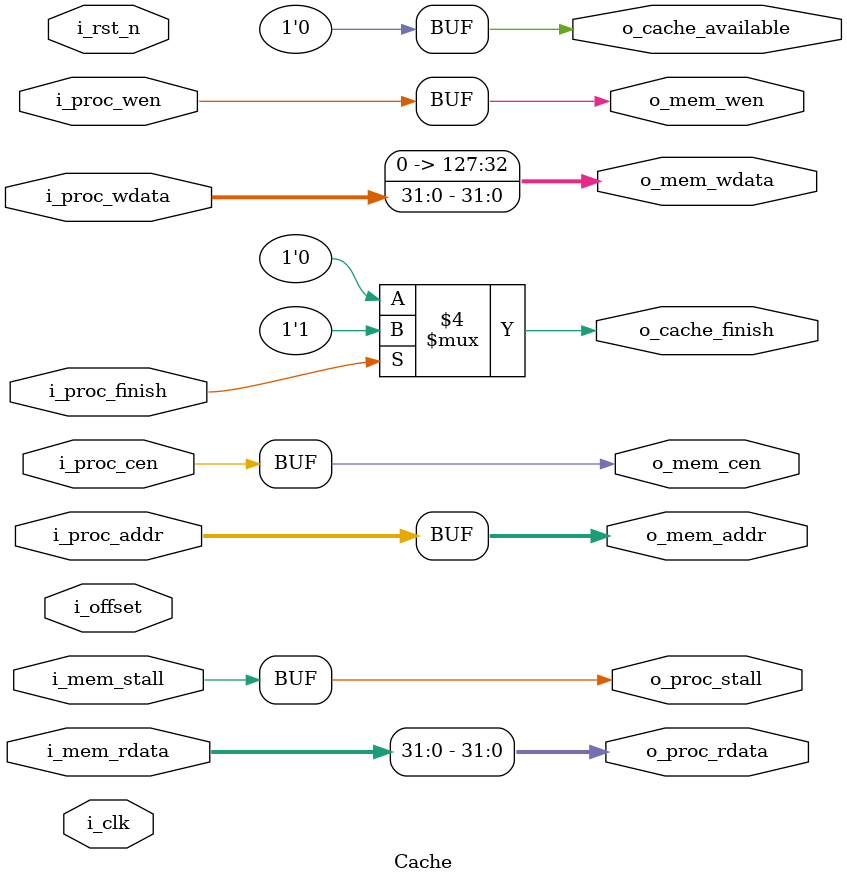
<source format=v>
module CHIP #(                                                                                  //
    parameter BIT_W = 32                                                                        //
)(                                                                                              //
    // clock                                                                                    //
        input               i_clk,                                                              //
        input               i_rst_n,                                                            //
    // instruction memory                                                                       //
        input  [BIT_W-1:0]  i_IMEM_data,                                                        //
        output [BIT_W-1:0]  o_IMEM_addr,                                                        //
        output              o_IMEM_cen,                                                         //
    // data memory                                                                              //
        input               i_DMEM_stall,                                                       //
        input  [BIT_W-1:0]  i_DMEM_rdata,                                                       //
        output              o_DMEM_cen,                                                         //
        output              o_DMEM_wen,                                                         //
        output [BIT_W-1:0]  o_DMEM_addr,                                                        //
        output [BIT_W-1:0]  o_DMEM_wdata,                                                       //
    // finnish procedure                                                                        //
        output              o_finish,                                                           //
    // cache                                                                                    //
        input               i_cache_finish,                                                     //
        output              o_proc_finish                                                       //
);                                                                                              //
//----------------------------- DO NOT MODIFY THE I/O INTERFACE!! ------------------------------//

// ------------------------------------------------------------------------------------------------------------------------------------------------------
// Parameters
// ------------------------------------------------------------------------------------------------------------------------------------------------------
    // TODO: any declaration
    //====== op code ======
    // R-type
    localparam ADD   = 7'b0110011;
    localparam SUB   = 7'b0110011;
    localparam AND   = 7'b0110011;
    localparam XOR   = 7'b0110011;
    localparam MUL   = 7'b0110011;
    // I-type
    localparam ADDI  = 7'b0010011;
    localparam SLLI  = 7'b0010011;
    localparam SRAI  = 7'b0010011;
    localparam SLTI  = 7'b0010011;
    localparam LW    = 7'b0000011;
    // B-type
    localparam BEQ   = 7'b1100011;
    localparam BGE   = 7'b1100011;
    localparam BLT   = 7'b1100011;
    localparam BNE   = 7'b1100011;
    // S-type
    localparam SW    = 7'b0100011;
    // J-type
    localparam JAL   = 7'b1101111;
    localparam JALR  = 7'b1100111;
    // U-type
    localparam AUIPC = 7'b0010111;
    // ecall
    localparam ECALL = 7'b1110011 ;
    //====== funct3 ======
    localparam ADD_FUNC3  = 3'b000;
    localparam SUB_FUNC3  = 3'b000;
    localparam AND_FUNC3  = 3'b111;
    localparam XOR_FUNC3  = 3'b100;
    localparam ADDI_FUNC3 = 3'b000;
    localparam SLLI_FUNC3 = 3'b001;
    localparam SRAI_FUNC3 = 3'b101;
    localparam SLTI_FUNC3 = 3'b010;
    localparam MUL_FUNC3  = 3'b000;
    localparam BEQ_FUNC3  = 3'b000;
    localparam BGE_FUNC3  = 3'b101;
    localparam BLT_FUNC3  = 3'b100;
    localparam BNE_FUNC3  = 3'b001;
    //====== funct7 ======
    localparam ADD_FUNC7 = 7'b0000000;
    localparam SUB_FUNC7 = 7'b0100000;
    localparam AND_FUNC7 = 7'b0000000;
    localparam XOR_FUNC7 = 7'b0000000;
    localparam MUL_FUNC7 = 7'b0000001;

    // FSM state
    localparam S_IDLE        = 0;
    localparam S_EXEC        = 1;
    localparam S_EXEC_MULDIV = 2;

    // RegWrite Src
    localparam ADD_W    = 0;
    localparam SUB_W    = 1;
    localparam AND_W    = 2;
    localparam XOR_W    = 3;
    localparam MUL_W    = 4;
    localparam ADDI_W   = 5;
    localparam SLLI_W   = 6;
    localparam SRAI_W   = 7;
    localparam SLTI_W   = 8;
    localparam LW_W     = 9;
    localparam AUIPC_W  = 10;
    localparam JAL_W    = 11;
    localparam JALR_W   = 12;


// ------------------------------------------------------------------------------------------------------------------------------------------------------
// Wires and Registers
// ------------------------------------------------------------------------------------------------------------------------------------------------------
    
    // TODO: any declaration
        reg [BIT_W-1:0] PC, PC_nxt;
        // reg inst_cen, inst_cen_nxt;
        reg mem_cen, mem_wen;
        reg  mem_hold; 
        reg [BIT_W-1:0] mem_addr, mem_wdata, mem_rdata;
        wire mem_stall;
        reg  regWrite   ;  
        wire  [ 4:0] rs1, rs2, rd;              
        wire [BIT_W-1:0] rs1_data    ;              
        wire [BIT_W-1:0] rs2_data    ;             
        reg  [BIT_W-1:0] rd_data     ; 
        wire  [6:0 ] op_code_w;
        wire  [BIT_W-1:0] inst_w;
        reg  [1:0 ] state_w, state_r;
        wire  [2:0 ] funct3_w;
        wire  [6:0 ] funct7_w;
        reg  [BIT_W-1:0] imm_w;
        
        reg         mulDiv_valid;
        wire        mulDiv_done;
        wire  [2:0]  mulDiv_inst;
        wire  [BIT_W-1:0] mulDiv_in_A, mulDiv_in_B;
        wire [2*BIT_W-1:0] mulDiv_out;  

        reg  finish, finish_nxt;  
        reg  branch_control, condition;  
        wire jump;      

// ------------------------------------------------------------------------------------------------------------------------------------------------------
// Continuous Assignment
// ------------------------------------------------------------------------------------------------------------------------------------------------------

    // TODO: any wire assignment
    assign o_finish = i_cache_finish;
    assign o_proc_finish = finish;
    // assign o_finish = finish;
    assign o_IMEM_cen = 1;
    assign o_IMEM_addr = PC;
    assign o_DMEM_addr = mem_addr;
    assign o_DMEM_wdata = mem_wdata;
    assign o_DMEM_wen = mem_wen;
    assign o_DMEM_cen = mem_cen;

    // ----------------------- Decoding --------------------------
    assign inst_w = i_IMEM_data;
    assign op_code_w = inst_w[6:0];
    assign funct3_w = inst_w[14:12];
    assign funct7_w = inst_w[31:25];
    assign rs1 = inst_w[19:15];
    assign rs2 = inst_w[24:20];
    assign rd  = inst_w[11:7];
    assign jump = (branch_control & condition);
    // ----------------------- MulDiv input --------------------------
    assign mulDiv_in_A = rs1_data;
    assign mulDiv_in_B = rs2_data;
    assign mulDiv_inst = 3'd6;
    // ----------------------- Memory install --------------------------
    assign mem_stall = i_DMEM_stall;
// ------------------------------------------------------------------------------------------------------------------------------------------------------
// Submoddules
// ------------------------------------------------------------------------------------------------------------------------------------------------------

    // TODO: Reg_file wire connection
    Reg_file reg0(               
        .i_clk  (i_clk),             
        .i_rst_n(i_rst_n),         
        .wen    (regWrite),          
        .rs1    (rs1),                
        .rs2    (rs2),                
        .rd     (rd),                 
        .wdata  (rd_data),             
        .rdata1 (rs1_data),           
        .rdata2 (rs2_data)
    );

    MULDIV_unit mulDiv0(
        .i_clk(i_clk), 
        .i_rst_n(i_rst_n), 
        .i_valid(mulDiv_valid), 
        .i_inst(mulDiv_inst), 
        .i_A(mulDiv_in_A), 
        .i_B(mulDiv_in_B), 
        .o_data(mulDiv_out), 
        .o_done(mulDiv_done)
    );

// ------------------------------------------------------------------------------------------------------------------------------------------------------
// Always Blocksrd_data 
// ------------------------------------------------------------------------------------------------------------------------------------------------------
    // Todo: any combinational/sequential circuit
    // Decode Instruction
    always @(*) begin
        rd_data = 0;
        imm_w = 0;
        mem_addr = 0;
        mem_wdata = 0;
        mem_wen = 0;
        mem_cen = 0;
        regWrite= 0;
        mulDiv_valid = 0;
        condition = 0;
        branch_control = 0;
        case (op_code_w)
            7'b0110011: begin
                regWrite= 1'b1;
                case ({funct7_w, funct3_w})
                    {ADD_FUNC7, ADD_FUNC3}: begin
                        rd_data = $signed(rs1_data) + $signed(rs2_data);
                    end
                    {SUB_FUNC7, SUB_FUNC3}: begin
                        rd_data = $signed(rs1_data) - $signed(rs2_data);
                    end
                    {AND_FUNC7, AND_FUNC3}:begin
                        rd_data = rs1_data & rs2_data;
                    end
                    {XOR_FUNC7, XOR_FUNC3}: begin
                        rd_data = rs1_data ^ rs2_data;
                    end
                    {MUL_FUNC7, MUL_FUNC3}: begin
                        regWrite= (mulDiv_done)?1'b1:1'b0;
                        mulDiv_valid = 1'b1;
                        rd_data = mulDiv_out[31:0];
                    end
                endcase
            end
            7'b0010011: begin
                regWrite= 1'b1;
                imm_w[11:0] = inst_w[31:20];
                case (funct3_w)
                    ADDI_FUNC3: begin
                        rd_data = $signed(rs1_data) + $signed(imm_w[11:0]);
                    end
                    SLLI_FUNC3: begin
                        rd_data = $signed(rs1_data) << $signed(imm_w[4:0]);
                    end
                    SRAI_FUNC3: begin
                        rd_data = $signed(rs1_data) >>> $signed(imm_w[4:0]);
                    end
                    SLTI_FUNC3: begin  
                        rd_data = ($signed(rs1_data) < $signed(imm_w[11:0]))?32'd1:32'd0;                                 
                    end
                endcase
            end
            7'b1100011: begin
                branch_control = 1'b1;
                imm_w[12:0] = {inst_w[31], inst_w[7], inst_w[30:25], inst_w[11:8], 1'b0};
                case (funct3_w)
                    BEQ_FUNC3: begin  
                        condition = (rs1_data == rs2_data)?1'b1:1'b0;             
                    end
                    BGE_FUNC3: begin
                        condition = ($signed(rs1_data) >= $signed (rs2_data))?1'b1:1'b0;
                    end
                    BNE_FUNC3: begin
                        condition = (rs1_data != rs2_data)?1'b1:1'b0;      
                    end
                    BLT_FUNC3: begin
                        condition = ($signed(rs1_data) < $signed (rs2_data))?1'b1:1'b0;
                    end
                endcase
            end
            LW: begin
                mem_cen = (mem_hold)?1'b0:1'b1;
                imm_w[11:0] = inst_w[31:20];
                mem_addr = $signed({1'b0, rs1_data}) + $signed(imm_w[11:0]);
                rd_data = i_DMEM_rdata;
                regWrite= (mem_stall)?1'b0:1'b1;

            end
            SW: begin
                mem_cen = (mem_hold)?1'b0:1'b1;
                mem_wen = (mem_hold)?1'b0:1'b1;
                imm_w[4:0] = inst_w[11:7];
                imm_w[11:5] = inst_w[31:25];
                mem_addr = $signed({1'b0, rs1_data}) + $signed(imm_w[11:0]);
                mem_wdata = rs2_data;
            end
            AUIPC: begin
                regWrite= 1'b1;
                imm_w[31:12] = inst_w[31:12];
                rd_data = PC + imm_w;

            end
            JAL: begin
                imm_w[20:0] = {inst_w[31], inst_w[19:12], inst_w[20], inst_w[30:21], 1'b0};
                regWrite= 1'b1;
                rd_data = PC + 3'd4;
            end
            JALR: begin
                imm_w[11:0] = inst_w[31:20];
                regWrite= 1'b1;
                rd_data = PC + 3'd4;
            end
            ECALL: begin
                // $display("System Call for Finish!!!");
            end
        endcase
    end
    // end


    // -------------------------- Handle PC -----------------------------
    always@(*) begin
        PC_nxt = PC + 3'd4;
        if(op_code_w == JALR) begin
            PC_nxt = $signed({1'b0, rs1_data}) + $signed(imm_w[11:0]);
        end
        else if (op_code_w == JAL) begin
            PC_nxt = $signed({1'b0, PC}) + $signed(imm_w[20:0]);
        end
        else if(jump) begin
            PC_nxt = $signed({1'b0, PC}) + $signed(imm_w[12:0]);
        end
        else if (mem_stall) begin
            PC_nxt = PC;
        end
        else if (op_code_w == 7'b0110011 && 
        ({funct7_w, funct3_w} == {MUL_FUNC7, MUL_FUNC3} && !mulDiv_done)) begin
            PC_nxt = PC;
        end
        else if (op_code_w == ECALL) begin
            PC_nxt = PC;
        end
        else begin
            PC_nxt = PC + 3'd4;
        end
    end

    // FSM
    always @(*) begin
        state_w = state_r;
        finish_nxt = 1'b0;
        case (state_r)
            S_IDLE: begin
                if (op_code_w == ECALL) begin
                    finish_nxt = 1'b1;
                end
                else if (op_code_w == 7'b0110011 && 
                ({funct7_w, funct3_w} == {MUL_FUNC7, MUL_FUNC3}))begin
                    state_w = S_EXEC_MULDIV;
                end
                else begin
                    state_w = S_EXEC;
                end
            end
            S_EXEC: begin
                if (op_code_w == ECALL) begin
                    finish_nxt = 1'b1;
                end
                else if (op_code_w == 7'b0110011 && 
                ({funct7_w, funct3_w} == {MUL_FUNC7, MUL_FUNC3}))begin
                    state_w = S_EXEC_MULDIV;
                end
                else begin
                    state_w = S_EXEC;
                end
            end
            S_EXEC_MULDIV: begin
                state_w = (mulDiv_done) ? S_EXEC : S_EXEC_MULDIV;
            end 
        endcase
    end

    always @(posedge i_clk or negedge i_rst_n) begin
        if (!i_rst_n) begin
            PC          <= 32'h00010000; // Do not modify this value!!!
            state_r     <= S_IDLE;
            finish      <= 0;
            mem_hold        <= 0;
        end
        else begin
            PC          <= PC_nxt;
            state_r     <= state_w;
            finish      <= finish_nxt;
            mem_hold        <= (mem_stall)?1'b1:1'b0;
        end
    end
endmodule

module Reg_file(i_clk, i_rst_n, wen, rs1, rs2, rd, wdata, rdata1, rdata2);
   
    parameter BITS = 32;
    parameter word_depth = 32;
    parameter addr_width = 5; // 2^addr_width >= word_depth
    
    input i_clk, i_rst_n, wen; // wen: 0:read | 1:write
    input [BITS-1:0] wdata;
    input [addr_width-1:0] rs1, rs2, rd;

    output [BITS-1:0] rdata1, rdata2;

    reg [BITS-1:0] mem [0:word_depth-1];
    reg [BITS-1:0] mem_nxt [0:word_depth-1];

    integer i;

    assign rdata1 = mem[rs1];
    assign rdata2 = mem[rs2];

    always @(*) begin
        for (i=0; i<word_depth; i=i+1)
            mem_nxt[i] = (wen && (rd == i)) ? wdata : mem[i];
    end

    always @(posedge i_clk or negedge i_rst_n) begin
        if (!i_rst_n) begin
            mem[0] <= 0; // x0 = 0
            for (i=1; i<word_depth; i=i+1) begin
                case(i)
                    32'd2: mem[i] <= 32'hbffffff0;
                    32'd3: mem[i] <= 32'h10008000;
                    default: mem[i] <= 32'h0;
                endcase
            end
        end
        else begin
            mem[0] <= 0; // x0 = 0
            for (i=1; i<word_depth; i=i+1)
                mem[i] <= mem_nxt[i];
        end       
    end
endmodule

module MULDIV_unit(i_clk, i_rst_n, i_valid, i_inst, i_A, i_B, o_data, o_done);
    input                       i_clk;   // clock
    input                       i_rst_n; // reset

    input                       i_valid; // input valid signal
    input [31 : 0]      i_A;     // input operand A
    input [31 : 0]      i_B;     // input operand B
    input [         2 : 0]      i_inst;  // instruction

    output [63 : 0]   o_data;  // output value
    output                      o_done;   // output valid signal

    // Todo: HW2
    // Definition of states
    localparam S_IDLE = 4'd0;
    localparam S_ADD  = 4'd1;
    localparam S_SUB  = 4'd2;
    localparam S_AND  = 4'd3;
    localparam S_OR   = 4'd4;
    localparam S_SLT  = 4'd5;
    localparam S_SRA  = 4'd6;
    localparam S_MUL  = 4'd7;
    localparam S_DIV  = 4'd8;
    localparam S_OUT  = 4'd9;

    // Wires & Regs
    // Todo
    reg  [4:0] counter, counter_nxt;
    reg  [63:0] sh_reg, sh_reg_nxt;
    reg  [32:0] alu_out;  // it's not a real register, it's wire!
    reg         dividend_flag;  // it's not a real register, it's wire!
    reg         done, done_nxt;
    // state
    reg  [3: 0] state, state_nxt; // remember to expand the bit width if you want to add more states!

    // load input
    reg  [  31: 0] operand_a, operand_a_nxt;
    reg  [  31: 0] operand_b, operand_b_nxt;
    reg  [         2: 0] inst, inst_nxt;

    // Wire Assignments
    // Todo
    assign o_data = sh_reg;
    assign o_done = done;
    
    // Always Combination
    // load input
    always @(*) begin
        if (i_valid) begin
            operand_a_nxt = i_A;
            operand_b_nxt = i_B;
            inst_nxt      = i_inst;
        end
        else begin
            operand_a_nxt = operand_a;
            operand_b_nxt = operand_b;
            inst_nxt      = inst;
        end
    end
    // Todo: FSM
    always @(*) begin
        case(state)
            S_IDLE: begin
                if(i_valid) begin
                    case(inst_nxt)
                        3'd0: state_nxt = S_ADD;
                        3'd1: state_nxt = S_SUB;
                        3'd2: state_nxt = S_AND;
                        3'd3: state_nxt = S_OR;
                        3'd4: state_nxt = S_SLT;
                        3'd5: state_nxt = S_SRA;
                        3'd6: state_nxt = S_MUL;
                        3'd7: state_nxt = S_DIV;
                        default: state_nxt = S_IDLE;
                    endcase
                end
                else state_nxt = S_IDLE;
            end
            S_ADD: state_nxt = S_OUT;
            S_SUB: state_nxt = S_OUT;
            S_AND: state_nxt = S_OUT;
            S_OR: state_nxt = S_OUT;
            S_SLT: state_nxt = S_OUT;
            S_SRA: state_nxt = S_OUT;
            S_MUL: state_nxt = (counter == 5'd31)?S_OUT:S_MUL;
            S_DIV: state_nxt = (counter == 5'd31)?S_OUT:S_DIV;
            S_OUT: state_nxt = S_IDLE;
            default : state_nxt = state;
        endcase
    end
    // Todo: Counter
    always @(*) begin
        if(state == S_MUL || state == S_DIV) begin
            counter_nxt = counter + 1;
        end
        else counter_nxt = 0;
    end

    // Todo: ALU output
    always @(*) begin
        alu_out = 0;
        dividend_flag = 0;
        case(state)
            S_ADD: begin
                alu_out = {operand_a_nxt[31], operand_a_nxt} + {operand_b_nxt[31], operand_b_nxt};
                alu_out = (~alu_out[32] & alu_out[31])? // + overflow
                {2'b00, {31{1'b1}}}:(alu_out[32] & ~alu_out[31])? // - underflow
                {2'b11, {31{1'b0}}}:alu_out[31:0]; // no overflow
            end
            S_SUB: begin
                alu_out = {operand_a_nxt[31], operand_a_nxt} + {~operand_b_nxt[31], ((~operand_b_nxt) + 1'd1)};
                alu_out = (~alu_out[32] & alu_out[31])? // + overflow
                {2'b00, {31{1'b1}}}:(alu_out[32] & ~alu_out[31])? // - overflow
                {2'b11, {31{1'b0}}}:alu_out[31:0]; // no overflow
            end
            S_AND: begin
                alu_out = operand_a_nxt & operand_b_nxt;
            end
            S_OR: begin
                alu_out = operand_a_nxt | operand_b_nxt;
            end
            S_SLT: begin
                alu_out = (operand_a_nxt[31] & ~operand_b_nxt[31])?1'd1: // a(-) < b(+)
                (~operand_a_nxt[31] & operand_b_nxt[31])?1'd0: // a(+) > b(-)
                operand_a_nxt < operand_b_nxt; // a, b have same sign
            end
            S_SRA: begin
                if (operand_b_nxt > 5'd31) begin
                    alu_out = {32{operand_a_nxt[31]}}; // right shift all bits
                end else begin
                    alu_out = ({32{operand_a_nxt[31]}} << (32 - operand_b_nxt))
                    + (operand_a_nxt >> operand_b_nxt);     
                end
            end
            S_MUL: begin
                if(sh_reg[0] == 1) begin
                    alu_out = sh_reg[63:32] + operand_b_nxt;
                end
                else begin
                    alu_out = sh_reg[63:32];
                end
            end
            S_DIV: begin
                // if remainder goes < 0, add divisor back
                dividend_flag = (sh_reg[63:32] >= operand_b_nxt);
                if(dividend_flag) begin
                    alu_out = sh_reg[63:32] - operand_b_nxt;
                end 
                else begin
                    alu_out = sh_reg[63:32];
                end
            end
        endcase
    end
    
    // Todo : Shift register
    always @(*) begin
        case(state)
            S_IDLE: begin
                if(!i_valid) sh_reg_nxt = 0; 
                else begin
                    if(inst_nxt == 3'd7)begin
                        sh_reg_nxt = {{31{1'b0}}, i_A, {1'b0}}; 
                    end
                    else begin
                        sh_reg_nxt = {{32{1'b0}}, i_A};
                    end
                end
            end
            S_ADD: begin
                sh_reg_nxt = {32'b0, alu_out[31:0]};
            end
            S_SUB: begin
                sh_reg_nxt = {32'b0, alu_out[31:0]};
            end
            S_AND: begin
                sh_reg_nxt = {32'b0, alu_out[31:0]};
            end
            S_OR: begin
                sh_reg_nxt = {32'b0, alu_out[31:0]};
            end
            S_SLT: begin
                sh_reg_nxt = {32'b0, alu_out[31:0]};
            end
            S_SRA: begin
                sh_reg_nxt = {32'b0, alu_out[31:0]};
            end
            S_MUL: begin
                sh_reg_nxt = {alu_out, sh_reg[31:1]};
            end
            S_DIV: begin
                if(counter == 5'd31)begin
                    if(dividend_flag)begin
                        sh_reg_nxt = {alu_out[31:0], sh_reg[30:0], {1'b1}};
                    end
                    else begin
                        sh_reg_nxt = {alu_out[31:0], sh_reg[30:0], {1'b0}};
                    end
                end
                else begin
                    if(dividend_flag)begin
                        sh_reg_nxt = {alu_out[30:0], sh_reg[31:0], {1'b1}};
                    end
                    else begin
                        sh_reg_nxt = {alu_out[30:0], sh_reg[31:0], {1'b0}};
                    end
                end
            end
            S_OUT: begin
                sh_reg_nxt = sh_reg;
            end
            default: begin
                sh_reg_nxt = sh_reg;
            end
        endcase
    end
    // Todo: output valid signal
    always @(*) begin
        case(state)
            S_IDLE: done_nxt = 0;
            S_ADD: done_nxt = 1;
            S_SUB: done_nxt = 1;
            S_AND: done_nxt = 1;
            S_OR: done_nxt = 1;
            S_SLT: done_nxt = 1;
            S_SRA: done_nxt = 1;
            S_MUL: done_nxt = (counter == 5'd31)?1:0;
            S_DIV: done_nxt = (counter == 5'd31)?1:0;
            S_OUT : done_nxt = 0;
            default : done_nxt = 0;
        endcase
    end

    // Todo: Sequential always block
    always @(posedge i_clk or negedge i_rst_n) begin
        if (!i_rst_n) begin
            state       <= S_IDLE;
            operand_a   <= 0;
            operand_b   <= 0;
            inst        <= 0;
            counter     <= 0;
            done        <= 0;
            sh_reg      <= 0;
        end
        else begin
            state       <= state_nxt;
            operand_a   <= operand_a_nxt;
            operand_b   <= operand_b_nxt;
            inst        <= inst_nxt;
            counter     <= counter_nxt;
            done        <= done_nxt;
            sh_reg      <= sh_reg_nxt;
        end
    end

endmodule

module Cache#(
        parameter BIT_W = 32,
        parameter ADDR_W = 32,
        parameter INDEX_W = 6,
        parameter OFFSET_W = 4,
        parameter TAG_W = 22
    )(
        input i_clk,
        input i_rst_n,
        // processor interface
        input i_proc_cen,
        input i_proc_wen,
        input [ADDR_W-1:0] i_proc_addr,
        input [BIT_W-1:0]  i_proc_wdata,
        output [BIT_W-1:0] o_proc_rdata,
        output o_proc_stall,
        input i_proc_finish,
        output o_cache_finish,
        // memory interface
        output o_mem_cen,
        output o_mem_wen,
        output [ADDR_W-1:0] o_mem_addr,
        output [BIT_W*4-1:0]  o_mem_wdata,
        input [BIT_W*4-1:0] i_mem_rdata,
        input i_mem_stall,
        output o_cache_available,
        // memory data offset
        input  [ADDR_W-1: 0] i_offset
    );
    assign o_cache_available = 0; // change this value to 1 if the cache is implemented
    assign o_cache_finish    = (i_proc_finish)?1'b1:1'b0;

    //------------------------------------------//
    //          default connection              //
    assign o_mem_cen    = i_proc_cen;              //
    assign o_mem_wen    = i_proc_wen;              //
    assign o_mem_addr   = i_proc_addr;            //
    assign o_mem_wdata  = i_proc_wdata;          //
    assign o_proc_rdata = i_mem_rdata[0+:BIT_W];//
    assign o_proc_stall = i_mem_stall;          //
    //------------------------------------------//
endmodule

</source>
